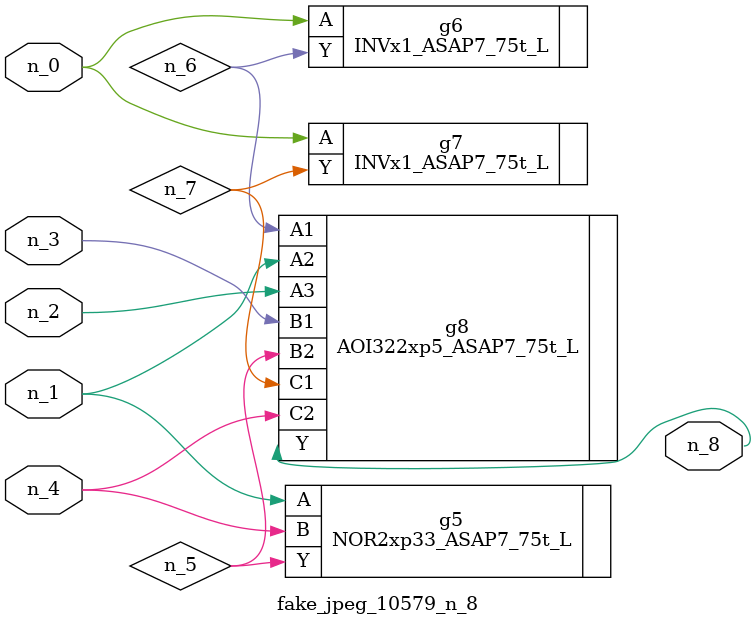
<source format=v>
module fake_jpeg_10579_n_8 (n_3, n_2, n_1, n_0, n_4, n_8);

input n_3;
input n_2;
input n_1;
input n_0;
input n_4;

output n_8;

wire n_6;
wire n_5;
wire n_7;

NOR2xp33_ASAP7_75t_L g5 ( 
.A(n_1),
.B(n_4),
.Y(n_5)
);

INVx1_ASAP7_75t_L g6 ( 
.A(n_0),
.Y(n_6)
);

INVx1_ASAP7_75t_L g7 ( 
.A(n_0),
.Y(n_7)
);

AOI322xp5_ASAP7_75t_L g8 ( 
.A1(n_6),
.A2(n_1),
.A3(n_2),
.B1(n_3),
.B2(n_5),
.C1(n_7),
.C2(n_4),
.Y(n_8)
);


endmodule
</source>
